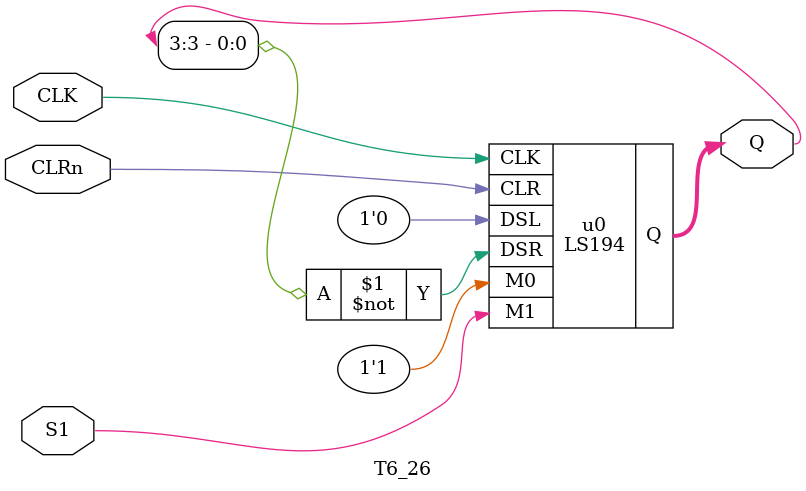
<source format=v>
module LS194(
    input wire DSR,
    input wire DSL,
    input wire M0,
    input wire M1,
    input wire CLK,
    input wire CLR,
    output reg [3:0] Q
);

always @(posedge CLK or negedge CLR) begin
    if (!CLR)
        Q <= 4'b0000;
    else begin
        case ({M1, M0})
            2'b00: Q <= Q;
            2'b01: Q <= {DSR, Q[3:1]};
            2'b10: Q <= {Q[2:0], DSL};
            2'b11: Q <= {Q[3:1], Q[0]};
        endcase
    end
end

endmodule

module T6_26(
    input wire CLK,
    input wire CLRn,
    input wire S1,
    output wire [3:0] Q
);
LS194 u0(
    .DSR (~Q[3]),
    .DSL (1'b0),
    .M0 (1'b1),
    .M1 (S1),
    .CLK (CLK),
    .CLR (CLRn),
    .Q (Q)
);
endmodule

</source>
